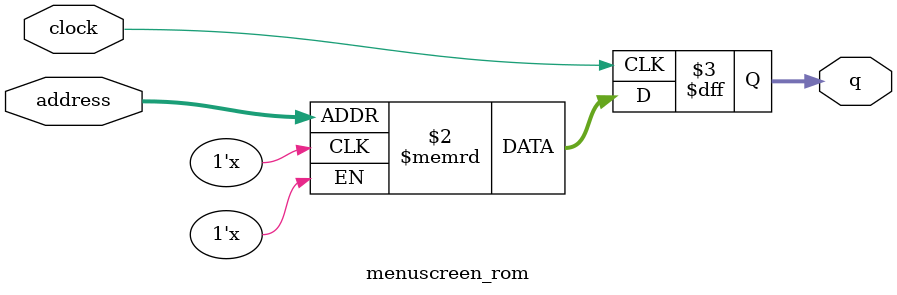
<source format=sv>
module menuscreen_rom (
	input logic clock,
	input logic [16:0] address,
	output logic [7:0] q
);

logic [7:0] memory [0:67499] /* synthesis ram_init_file = "./menuscreen/menuscreen.mif" */;

always_ff @ (posedge clock) begin
	q <= memory[address];
end

endmodule

</source>
